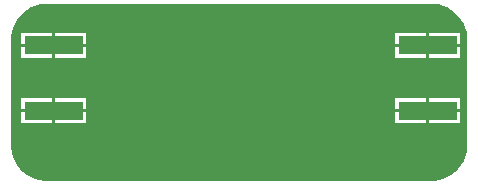
<source format=gbr>
%TF.GenerationSoftware,Altium Limited,Altium Designer,20.0.10 (225)*%
G04 Layer_Physical_Order=2*
G04 Layer_Color=16711680*
%FSLAX26Y26*%
%MOIN*%
%TF.FileFunction,Copper,L2,Bot,Signal*%
%TF.Part,Single*%
G01*
G75*
%TA.AperFunction,SMDPad,CuDef*%
%ADD13R,0.196850X0.062992*%
%TA.AperFunction,ViaPad*%
%ADD15C,0.050000*%
G36*
X3077816Y3657979D02*
X3092771Y3653972D01*
X3107075Y3648047D01*
X3120484Y3640305D01*
X3132767Y3630880D01*
X3143715Y3619932D01*
X3153140Y3607649D01*
X3160881Y3594241D01*
X3166806Y3579936D01*
X3170814Y3564981D01*
X3172835Y3549631D01*
Y3541890D01*
Y3188976D01*
Y3181235D01*
X3170814Y3165885D01*
X3166806Y3150930D01*
X3160881Y3136626D01*
X3153140Y3123217D01*
X3143715Y3110934D01*
X3132767Y3099986D01*
X3120484Y3090561D01*
X3107075Y3082819D01*
X3092771Y3076894D01*
X3077816Y3072887D01*
X3062466Y3070866D01*
X1763912D01*
X1748562Y3072887D01*
X1733607Y3076894D01*
X1719303Y3082819D01*
X1705894Y3090561D01*
X1693611Y3099986D01*
X1682663Y3110934D01*
X1673238Y3123217D01*
X1665496Y3136626D01*
X1659571Y3150930D01*
X1655564Y3165885D01*
X1653543Y3181235D01*
Y3188976D01*
Y3541890D01*
Y3549631D01*
X1655564Y3564981D01*
X1659571Y3579936D01*
X1665496Y3594241D01*
X1673238Y3607649D01*
X1682663Y3619932D01*
X1693611Y3630880D01*
X1705894Y3640305D01*
X1719303Y3648047D01*
X1733607Y3653972D01*
X1748562Y3657979D01*
X1763912Y3660000D01*
X3062466D01*
X3077816Y3657979D01*
D02*
G37*
%LPC*%
G36*
X1902383Y3563122D02*
X1798958D01*
Y3526626D01*
X1902383D01*
Y3563122D01*
D02*
G37*
G36*
X1788958D02*
X1685533D01*
Y3526626D01*
X1788958D01*
Y3563122D01*
D02*
G37*
G36*
X3149370D02*
X3045945D01*
Y3526626D01*
X3149370D01*
Y3563122D01*
D02*
G37*
G36*
X3035945D02*
X2932520D01*
Y3526626D01*
X3035945D01*
Y3563122D01*
D02*
G37*
G36*
X3149370Y3516626D02*
X3045945D01*
Y3480130D01*
X3149370D01*
Y3516626D01*
D02*
G37*
G36*
X3035945D02*
X2932520D01*
Y3480130D01*
X3035945D01*
Y3516626D01*
D02*
G37*
G36*
X1902383Y3516626D02*
X1798958D01*
Y3480130D01*
X1902383D01*
Y3516626D01*
D02*
G37*
G36*
X1788958D02*
X1685533D01*
Y3480130D01*
X1788958D01*
Y3516626D01*
D02*
G37*
G36*
X1902383Y3345012D02*
X1798958D01*
Y3308516D01*
X1902383D01*
Y3345012D01*
D02*
G37*
G36*
X1788958D02*
X1685533D01*
Y3308516D01*
X1788958D01*
Y3345012D01*
D02*
G37*
G36*
X3149370D02*
X3045945D01*
Y3308516D01*
X3149370D01*
Y3345012D01*
D02*
G37*
G36*
X3035945D02*
X2932520D01*
Y3308516D01*
X3035945D01*
Y3345012D01*
D02*
G37*
G36*
X3149370Y3298516D02*
X3045945D01*
Y3262020D01*
X3149370D01*
Y3298516D01*
D02*
G37*
G36*
X3035945D02*
X2932520D01*
Y3262020D01*
X3035945D01*
Y3298516D01*
D02*
G37*
G36*
X1902383Y3298516D02*
X1798958D01*
Y3262020D01*
X1902383D01*
Y3298516D01*
D02*
G37*
G36*
X1788958D02*
X1685533D01*
Y3262020D01*
X1788958D01*
Y3298516D01*
D02*
G37*
%LPD*%
D13*
X3040945Y3521626D02*
D03*
Y3303516D02*
D03*
X1793958D02*
D03*
Y3521626D02*
D03*
D15*
X2370000Y3527618D02*
D03*
X2680000Y3240000D02*
D03*
X2875000Y3310000D02*
D03*
X2900000Y3600000D02*
D03*
X2885000Y3520000D02*
D03*
X1810000Y3600000D02*
D03*
X1940000Y3580000D02*
D03*
X1945000Y3230000D02*
D03*
X2030000D02*
D03*
X1975000Y3515000D02*
D03*
X2085000D02*
D03*
X2105000Y3310875D02*
D03*
X2195000D02*
D03*
X2180000Y3515000D02*
D03*
X2470000Y3310875D02*
D03*
X2274169Y3515000D02*
D03*
X2271856Y3310875D02*
D03*
X2380000D02*
D03*
X2540000D02*
D03*
X2458743Y3515000D02*
D03*
X2815000D02*
D03*
X2735000D02*
D03*
X2641332D02*
D03*
X2555000D02*
D03*
X2625000Y3310875D02*
D03*
X2825000Y3235000D02*
D03*
X1855000Y3205000D02*
D03*
%TF.MD5,4e9ef5ac80ea920e38089c06379daabe*%
M02*

</source>
